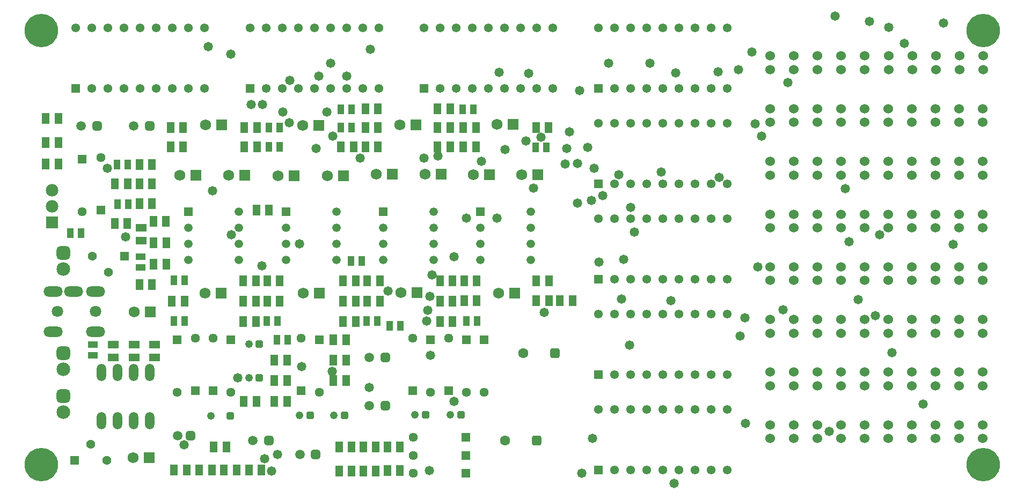
<source format=gbr>
%FSTAX23Y23*%
%MOIN*%
%SFA1B1*%

%IPPOS*%
%AMD60*
4,1,8,0.012800,0.029600,-0.012800,0.029600,-0.029600,0.012800,-0.029600,-0.012800,-0.012800,-0.029600,0.012800,-0.029600,0.029600,-0.012800,0.029600,0.012800,0.012800,0.029600,0.0*
1,1,0.033590,0.012800,0.012800*
1,1,0.033590,-0.012800,0.012800*
1,1,0.033590,-0.012800,-0.012800*
1,1,0.033590,0.012800,-0.012800*
%
%AMD62*
4,1,8,0.010000,0.024000,-0.010000,0.024000,-0.024000,0.010000,-0.024000,-0.010000,-0.010000,-0.024000,0.010000,-0.024000,0.024000,-0.010000,0.024000,0.010000,0.010000,0.024000,0.0*
1,1,0.028000,0.010000,0.010000*
1,1,0.028000,-0.010000,0.010000*
1,1,0.028000,-0.010000,-0.010000*
1,1,0.028000,0.010000,-0.010000*
%
%AMD64*
4,1,8,0.013800,0.031600,-0.013800,0.031600,-0.031600,0.013800,-0.031600,-0.013800,-0.013800,-0.031600,0.013800,-0.031600,0.031600,-0.013800,0.031600,0.013800,0.013800,0.031600,0.0*
1,1,0.035558,0.013800,0.013800*
1,1,0.035558,-0.013800,0.013800*
1,1,0.035558,-0.013800,-0.013800*
1,1,0.035558,0.013800,-0.013800*
%
%AMD71*
4,1,8,0.042400,-0.019200,0.042400,0.019200,0.019200,0.042400,-0.019200,0.042400,-0.042400,0.019200,-0.042400,-0.019200,-0.019200,-0.042400,0.019200,-0.042400,0.042400,-0.019200,0.0*
1,1,0.046386,0.019200,-0.019200*
1,1,0.046386,0.019200,0.019200*
1,1,0.046386,-0.019200,0.019200*
1,1,0.046386,-0.019200,-0.019200*
%
%ADD48R,0.045402X0.065087*%
%ADD49R,0.040677X0.062724*%
%ADD50R,0.062724X0.040677*%
%ADD51R,0.065087X0.045402*%
%ADD52C,0.060000*%
%ADD53C,0.208000*%
%ADD54C,0.056740*%
%ADD55R,0.056740X0.056740*%
%ADD56R,0.056740X0.056740*%
%ADD57R,0.068236X0.068236*%
%ADD58C,0.068236*%
%ADD59C,0.059181*%
G04~CAMADD=60~8~0.0~0.0~591.8~591.8~167.9~0.0~15~0.0~0.0~0.0~0.0~0~0.0~0.0~0.0~0.0~0~0.0~0.0~0.0~0.0~591.8~591.8*
%ADD60D60*%
%ADD61C,0.048000*%
G04~CAMADD=62~8~0.0~0.0~480.0~480.0~140.0~0.0~15~0.0~0.0~0.0~0.0~0~0.0~0.0~0.0~0.0~0~0.0~0.0~0.0~0.0~480.0~480.0*
%ADD62D62*%
%ADD63C,0.063118*%
G04~CAMADD=64~8~0.0~0.0~631.2~631.2~177.8~0.0~15~0.0~0.0~0.0~0.0~0~0.0~0.0~0.0~0.0~0~0.0~0.0~0.0~0.0~631.2~631.2*
%ADD64D64*%
%ADD65R,0.052488X0.052488*%
%ADD66C,0.052488*%
%ADD67C,0.054457*%
%ADD68R,0.054457X0.054457*%
%ADD69R,0.078000X0.078000*%
%ADD70C,0.078000*%
G04~CAMADD=71~8~0.0~0.0~847.7~847.7~231.9~0.0~15~0.0~0.0~0.0~0.0~0~0.0~0.0~0.0~0.0~0~0.0~0.0~0.0~270.0~848.0~848.0*
%ADD71D71*%
%ADD72C,0.084772*%
%ADD73R,0.056110X0.056110*%
%ADD74C,0.056110*%
%ADD75O,0.058000X0.108000*%
%ADD76O,0.120000X0.064000*%
%ADD77C,0.070992*%
%ADD78C,0.058000*%
%LNmb_spectrumanalyzer_soldermask_top-1*%
%LPD*%
G54D48*
X03225Y01294D03*
X03304D03*
X01485Y01042D03*
X01406D03*
X02079Y00261D03*
X02D03*
X023D03*
X02379D03*
X01221D03*
X013D03*
X023Y00113D03*
X02379D03*
X02229Y00111D03*
X0215D03*
X02D03*
X02079D03*
X02045Y00926D03*
X01966D03*
X02104Y01169D03*
X02025D03*
X02104Y01042D03*
X02025D03*
X02104Y01294D03*
X02025D03*
X02253D03*
X02174D03*
Y01169D03*
X02253D03*
X0144Y00119D03*
X01519D03*
X01488Y00545D03*
X01409D03*
X01599D03*
X01678D03*
X01599Y00673D03*
X01678D03*
Y00801D03*
X01599D03*
X01553Y01169D03*
X01632D03*
X01406Y01294D03*
X01485D03*
X0076Y01272D03*
X00839D03*
X01566Y01735D03*
X01487D03*
X02012Y02129D03*
X02091D03*
X01411D03*
X0149D03*
X01411Y02248D03*
X0149D03*
X00953D03*
X01032D03*
X00953Y02129D03*
X01032D03*
X02612D03*
X02691D03*
X03223Y02248D03*
X03302D03*
X02691D03*
X02612D03*
X02242Y02129D03*
X02163D03*
Y02248D03*
X02242D03*
X02163Y02364D03*
X02242D03*
X02612D03*
X02691D03*
X0285Y02129D03*
X02771D03*
X0285Y02248D03*
X02771D03*
X00686Y01651D03*
X00607D03*
X00839Y01774D03*
X0076D03*
X00839Y01896D03*
X0076D03*
X00847Y01664D03*
X00926D03*
X00961Y01169D03*
X0104D03*
X0345Y0117D03*
X03371D03*
X03304D03*
X03225D03*
X02229Y00261D03*
X0215D03*
X01285Y00119D03*
X01364D03*
X01406Y01169D03*
X01485D03*
X0076Y02019D03*
X00839D03*
X00687Y01897D03*
X00608D03*
X01131Y00119D03*
X0121D03*
X00976D03*
X01055D03*
X00927Y01531D03*
X00848D03*
Y01397D03*
X00927D03*
X00179Y02155D03*
X00258D03*
Y0202D03*
X00179D03*
X00258Y02303D03*
X00179D03*
X02856Y01294D03*
X02777D03*
X02706Y01042D03*
X02627D03*
X02777Y0117D03*
X02856D03*
X02627Y01168D03*
X02706D03*
X02627Y01294D03*
X02706D03*
X01632D03*
X01553D03*
X02045Y00801D03*
X01966D03*
Y00673D03*
X02045D03*
G54D49*
X02313Y01013D03*
X0238D03*
X02073Y01416D03*
X0214D03*
X02239Y01044D03*
X02172D03*
X01613Y00928D03*
X0168D03*
X01618Y01044D03*
X01551D03*
X01631Y02128D03*
X01564D03*
X0201Y02362D03*
X02077D03*
Y02246D03*
X0201D03*
X01631D03*
X01564D03*
X02836Y02362D03*
X02769D03*
X03221Y02124D03*
X03288D03*
X0033Y0159D03*
X00397D03*
X00975Y01296D03*
X01042D03*
X0279Y01044D03*
X02858D03*
X00622Y02016D03*
X00689D03*
X00624Y01771D03*
X00691D03*
X01042Y01044D03*
X00975D03*
G54D50*
X00769Y01444D03*
Y01377D03*
X0047Y00899D03*
Y00832D03*
G54D51*
X0077Y01545D03*
Y01624D03*
X00727Y00818D03*
Y00897D03*
X00599Y00818D03*
Y00897D03*
X00855D03*
Y00818D03*
G54D52*
X05852Y01952D03*
Y02037D03*
X05999Y01952D03*
Y02037D03*
X05558Y0228D03*
Y02365D03*
X05411Y0228D03*
Y02365D03*
X05705Y0228D03*
Y02365D03*
X05264Y01952D03*
Y02037D03*
X05999Y0228D03*
Y02365D03*
X05852Y0228D03*
Y02365D03*
X05558Y01952D03*
Y02037D03*
X05411Y01952D03*
Y02037D03*
X05705Y01952D03*
Y02037D03*
X05264Y0228D03*
Y02365D03*
X05558Y01296D03*
Y01381D03*
X05705Y01296D03*
Y01381D03*
X05852Y01296D03*
Y01381D03*
X05999Y01296D03*
Y01381D03*
X05411Y01296D03*
Y01381D03*
X05852Y01624D03*
Y01709D03*
X05999Y01624D03*
Y01709D03*
X05264Y01624D03*
Y01709D03*
X05411Y01624D03*
Y01709D03*
X05705Y01624D03*
Y01709D03*
X05558Y01624D03*
Y01709D03*
X05411Y00313D03*
Y00398D03*
X04679Y02693D03*
Y02608D03*
X05413Y02693D03*
Y02608D03*
X05264Y01296D03*
Y01381D03*
X05266Y02693D03*
Y02608D03*
X04972Y02693D03*
Y02608D03*
X05119Y02693D03*
Y02608D03*
X05264Y00641D03*
Y00726D03*
X04823Y0228D03*
Y02365D03*
X0497Y0228D03*
Y02365D03*
X05117Y0228D03*
Y02365D03*
X04825Y02693D03*
Y02608D03*
X05854Y02693D03*
Y02608D03*
X05707Y02693D03*
Y02608D03*
X0556Y02693D03*
Y02608D03*
X06001Y02693D03*
Y02608D03*
X05264Y00313D03*
Y00398D03*
X05852Y00313D03*
Y00398D03*
X05705Y00313D03*
Y00398D03*
X05558Y00313D03*
Y00398D03*
X05264Y00969D03*
Y01054D03*
X05558Y00969D03*
Y01054D03*
X05705Y00969D03*
Y01054D03*
X05411Y00969D03*
Y01054D03*
X05999Y00398D03*
Y00313D03*
X05852Y00641D03*
Y00726D03*
X05999Y00641D03*
Y00726D03*
X05411Y00641D03*
Y00726D03*
X05705Y00641D03*
Y00726D03*
X05558Y00641D03*
Y00726D03*
X05852Y00969D03*
Y01054D03*
X04677Y0228D03*
Y02365D03*
X05999Y00969D03*
Y01054D03*
X04677Y00313D03*
Y00398D03*
X04823Y00641D03*
Y00726D03*
X04677Y00641D03*
Y00726D03*
X04823Y00313D03*
Y00398D03*
X04677Y00969D03*
Y01054D03*
X05117Y00969D03*
Y01054D03*
X04677Y01296D03*
Y01381D03*
X0497Y01296D03*
Y01381D03*
X05117Y01296D03*
Y01381D03*
X0497Y00969D03*
Y01054D03*
X04823Y01296D03*
Y01381D03*
Y00969D03*
Y01054D03*
X04677Y01624D03*
Y01709D03*
X04823Y01952D03*
Y02037D03*
Y01624D03*
Y01709D03*
X04677Y01952D03*
Y02037D03*
X0497Y00313D03*
Y00398D03*
Y00641D03*
Y00726D03*
X05117Y00641D03*
Y00726D03*
Y00313D03*
Y00398D03*
Y01624D03*
Y01709D03*
X0497Y01952D03*
Y02037D03*
Y01624D03*
Y01709D03*
X05117Y01952D03*
Y02037D03*
G54D53*
X0015Y0015D03*
Y0285D03*
X06Y0015D03*
Y0285D03*
G54D54*
X01107Y00938D03*
X02461Y00097D03*
Y00209D03*
Y0032D03*
X01878Y00602D03*
X01766Y00938D03*
X01329Y00601D03*
X01218Y00938D03*
X00996Y00601D03*
X00522Y0206D03*
X00406Y01723D03*
X02458Y00938D03*
X02569Y00601D03*
X02902D03*
X0268Y00938D03*
X02791Y00601D03*
G54D55*
X01107Y00611D03*
X01878Y00929D03*
X01766Y00611D03*
X01329Y00928D03*
X01218Y00611D03*
X00996Y00928D03*
X00522Y01733D03*
X00406Y0205D03*
X02458Y00611D03*
X02569Y00928D03*
X02902Y00928D03*
X0268Y00611D03*
X02791Y00928D03*
G54D56*
X02788Y00097D03*
Y00209D03*
X02788Y0032D03*
G54D57*
X03081Y02269D03*
X03236Y01955D03*
X02935D03*
X01876Y0226D03*
X01722Y01949D03*
X02332Y01956D03*
X02027Y01949D03*
X01416Y0195D03*
X0111D03*
X01271Y02264D03*
X02477Y02265D03*
X02636Y01956D03*
X03091Y01216D03*
X02485Y0122D03*
X01878Y01218D03*
X01268Y01216D03*
X00821Y00195D03*
X00829Y011D03*
G54D58*
X02981Y02269D03*
X03136Y01955D03*
X02835D03*
X01776Y0226D03*
X01622Y01949D03*
X02232Y01956D03*
X01927Y01949D03*
X01316Y0195D03*
X0101D03*
X01171Y02264D03*
X02377Y02265D03*
X02536Y01956D03*
X02991Y01216D03*
X02385Y0122D03*
X01778Y01218D03*
X01168Y01216D03*
X00721Y00195D03*
X00729Y011D03*
G54D59*
X00724Y02259D03*
X02188Y00517D03*
X02188Y00818D03*
X01466Y003D03*
X01757Y00214D03*
X00399Y02259D03*
X00998Y00332D03*
G54D60*
X00823Y02259D03*
X02287Y00517D03*
Y00818D03*
X01565Y003D03*
X01856Y00214D03*
X00498Y02259D03*
X01077Y00332D03*
G54D61*
X02691Y0046D03*
X02472D03*
X01754Y00456D03*
X01967D03*
X0144Y00691D03*
Y00901D03*
X01205Y00454D03*
G54D62*
X02757Y0046D03*
X02538D03*
X0182Y00456D03*
X02033D03*
X01506Y00691D03*
Y00901D03*
X01325Y00454D03*
G54D63*
X03145Y00845D03*
X03031Y003D03*
G54D64*
X03342Y00845D03*
X03228Y003D03*
G54D65*
X02878Y01725D03*
X02274D03*
X0167D03*
X01066D03*
G54D66*
X02878Y01625D03*
Y01525D03*
Y01425D03*
X03191D03*
Y01525D03*
Y01625D03*
Y01725D03*
X02587D03*
Y01625D03*
Y01525D03*
Y01425D03*
X02274D03*
Y01525D03*
Y01625D03*
X01983Y01725D03*
Y01625D03*
Y01525D03*
Y01425D03*
X0167D03*
Y01525D03*
Y01625D03*
X01379Y01725D03*
Y01625D03*
Y01525D03*
Y01425D03*
X01066D03*
Y01525D03*
Y01625D03*
G54D67*
X03612Y02273D03*
X03712D03*
X03812D03*
X03912D03*
X04012D03*
X04112D03*
X04212D03*
X04312D03*
X04412D03*
Y01898D03*
X04312D03*
X04212D03*
X04112D03*
X04012D03*
X03912D03*
X03812D03*
X03712D03*
X03612Y0168D03*
X03712D03*
X03812D03*
X03912D03*
X04012D03*
X04112D03*
X04212D03*
X04312D03*
X04412D03*
Y01305D03*
X04312D03*
X04212D03*
X04112D03*
X04012D03*
X03912D03*
X03812D03*
X03712D03*
X03612Y02867D03*
X03712D03*
X03812D03*
X03912D03*
X04012D03*
X04112D03*
X04212D03*
X04312D03*
X04412D03*
Y02492D03*
X04312D03*
X04212D03*
X04112D03*
X04012D03*
X03912D03*
X03812D03*
X03712D03*
X02529Y02867D03*
X02629D03*
X02729D03*
X02829D03*
X02929D03*
X03029D03*
X03129D03*
X03229D03*
X03329D03*
Y02492D03*
X03229D03*
X03129D03*
X03029D03*
X02929D03*
X02829D03*
X02729D03*
X02629D03*
X00365Y02867D03*
X00465D03*
X00565D03*
X00665D03*
X00765D03*
X00865D03*
X00965D03*
X01065D03*
X01165D03*
Y02492D03*
X01065D03*
X00965D03*
X00865D03*
X00765D03*
X00665D03*
X00565D03*
X00465D03*
X03712Y00712D03*
X03812D03*
X03912D03*
X04012D03*
X04112D03*
X04212D03*
X04312D03*
X04412D03*
Y01087D03*
X04312D03*
X04212D03*
X04112D03*
X04012D03*
X03912D03*
X03812D03*
X03712D03*
X03612D03*
X01447Y02867D03*
X01547D03*
X01647D03*
X01747D03*
X01847D03*
X01947D03*
X02047D03*
X02147D03*
X02247D03*
Y02492D03*
X02147D03*
X02047D03*
X01947D03*
X01847D03*
X01747D03*
X01647D03*
X01547D03*
X03612Y00493D03*
X03712D03*
X03812D03*
X03912D03*
X04012D03*
X04112D03*
X04212D03*
X04312D03*
X04412D03*
Y00118D03*
X04312D03*
X04212D03*
X04112D03*
X04012D03*
X03912D03*
X03812D03*
X03712D03*
G54D68*
X03612Y01898D03*
Y01305D03*
Y02492D03*
X02529D03*
X00365D03*
X03612Y00712D03*
X01447Y02492D03*
X03612Y00118D03*
G54D69*
X00219Y01657D03*
G54D70*
X00219Y01857D03*
Y01757D03*
G54D71*
X00287Y01468D03*
X00287Y00577D03*
Y00845D03*
G54D72*
X00287Y01368D03*
X00287Y00477D03*
Y00745D03*
G54D73*
X00357Y00178D03*
X00667Y01449D03*
G54D74*
X00457Y00278D03*
X00557Y00178D03*
X00467Y01449D03*
X00567Y01349D03*
G54D75*
X00526Y00424D03*
X00626D03*
X00526Y00724D03*
X00626D03*
X00826Y00424D03*
X00726D03*
Y00724D03*
X00826D03*
G54D76*
X00224Y01228D03*
Y00979D03*
X00488Y01228D03*
Y00979D03*
X0035Y01228D03*
G54D77*
X00252Y01104D03*
X00488D03*
G54D78*
X04481Y02607D03*
X04625Y02194D03*
X04353Y02594D03*
X01691Y02277D03*
X04002Y0197D03*
X01582Y00112D03*
X03273Y01097D03*
X01538Y00189D03*
X05331Y01079D03*
X03482Y01776D03*
X0348Y02023D03*
X03583Y01994D03*
X03404Y0202D03*
X02304Y0123D03*
X01331Y0158D03*
X02566Y01196D03*
X01961Y02194D03*
X01371Y0069D03*
X0165Y02344D03*
X02714Y00544D03*
X0408Y00034D03*
X03509Y00098D03*
X02562Y00113D03*
X0152Y01387D03*
X01755Y01525D03*
X02188Y0063D03*
X02981Y01684D03*
X0393Y02648D03*
X03675D03*
X02716Y01445D03*
X00676Y01567D03*
X02578Y0133D03*
X03575Y00315D03*
X05225Y01177D03*
X04521Y01065D03*
X04525Y00407D03*
X0508Y0294D03*
X05413Y0287D03*
X05293Y02909D03*
X01329Y02703D03*
X05755Y02898D03*
X01526Y02391D03*
X01456Y02392D03*
X01696Y0254D03*
X01923Y02344D03*
X03616Y01411D03*
X05168Y01538D03*
X04062Y01172D03*
X04758Y01114D03*
X03162Y02165D03*
X03545Y02124D03*
X03415Y02117D03*
X0343Y0222D03*
X03569Y01793D03*
X0381Y01751D03*
X01038Y00273D03*
X01767Y00761D03*
X01618Y00213D03*
X01949Y02647D03*
X02569Y00831D03*
X01957Y00732D03*
X0449Y00951D03*
X01858Y02117D03*
X02994Y02592D03*
X03209Y01871D03*
X03493Y02476D03*
X01873Y02567D03*
X03805Y00894D03*
X05436Y00848D03*
X05627Y00527D03*
X0056Y01995D03*
X03755Y01181D03*
X03179Y02585D03*
X04091Y02587D03*
X04362Y01936D03*
X05144Y01866D03*
X046Y0138D03*
X04585Y02272D03*
X03256Y02189D03*
X05813Y01521D03*
X04564Y02719D03*
X02195Y02735D03*
X01188Y02752D03*
X02792Y01684D03*
X02551Y01112D03*
X01213Y01855D03*
X03637Y01824D03*
X05044Y00359D03*
X03031Y02112D03*
X02613Y02072D03*
X02527Y02057D03*
X02131D03*
X05358Y01582D03*
X03834Y01597D03*
X03767Y01426D03*
X02885Y02038D03*
X02543Y01044D03*
X02047Y02567D03*
X04789Y02527D03*
X05511Y02772D03*
X03737Y01955D03*
M02*
</source>
